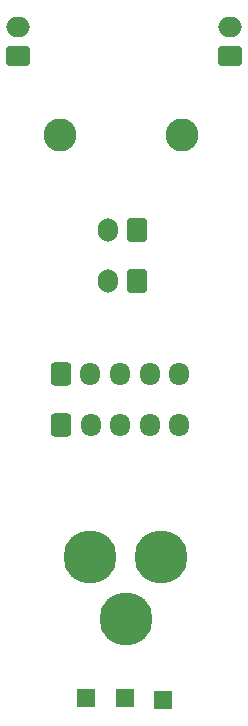
<source format=gbr>
%TF.GenerationSoftware,KiCad,Pcbnew,8.0.1*%
%TF.CreationDate,2024-12-04T21:12:56-05:00*%
%TF.ProjectId,solouno_sidepanel,736f6c6f-756e-46f5-9f73-69646570616e,rev?*%
%TF.SameCoordinates,Original*%
%TF.FileFunction,Soldermask,Top*%
%TF.FilePolarity,Negative*%
%FSLAX46Y46*%
G04 Gerber Fmt 4.6, Leading zero omitted, Abs format (unit mm)*
G04 Created by KiCad (PCBNEW 8.0.1) date 2024-12-04 21:12:56*
%MOMM*%
%LPD*%
G01*
G04 APERTURE LIST*
G04 Aperture macros list*
%AMRoundRect*
0 Rectangle with rounded corners*
0 $1 Rounding radius*
0 $2 $3 $4 $5 $6 $7 $8 $9 X,Y pos of 4 corners*
0 Add a 4 corners polygon primitive as box body*
4,1,4,$2,$3,$4,$5,$6,$7,$8,$9,$2,$3,0*
0 Add four circle primitives for the rounded corners*
1,1,$1+$1,$2,$3*
1,1,$1+$1,$4,$5*
1,1,$1+$1,$6,$7*
1,1,$1+$1,$8,$9*
0 Add four rect primitives between the rounded corners*
20,1,$1+$1,$2,$3,$4,$5,0*
20,1,$1+$1,$4,$5,$6,$7,0*
20,1,$1+$1,$6,$7,$8,$9,0*
20,1,$1+$1,$8,$9,$2,$3,0*%
G04 Aperture macros list end*
%ADD10C,4.500000*%
%ADD11RoundRect,0.250000X0.600000X0.750000X-0.600000X0.750000X-0.600000X-0.750000X0.600000X-0.750000X0*%
%ADD12O,1.700000X2.000000*%
%ADD13R,1.500000X1.500000*%
%ADD14RoundRect,0.250000X-0.600000X-0.725000X0.600000X-0.725000X0.600000X0.725000X-0.600000X0.725000X0*%
%ADD15O,1.700000X1.950000*%
%ADD16C,2.800000*%
%ADD17RoundRect,0.250000X0.750000X-0.600000X0.750000X0.600000X-0.750000X0.600000X-0.750000X-0.600000X0*%
%ADD18O,2.000000X1.700000*%
G04 APERTURE END LIST*
D10*
%TO.C,A1*%
X186900000Y-112503848D03*
X189900000Y-117700000D03*
X192900000Y-112503848D03*
%TD*%
D11*
%TO.C,CN1*%
X190880000Y-84830000D03*
D12*
X188380000Y-84830000D03*
%TD*%
D13*
%TO.C,T3*%
X186530000Y-124440000D03*
%TD*%
%TO.C,T2*%
X189820000Y-124450000D03*
%TD*%
D14*
%TO.C,E1*%
X184460000Y-101340000D03*
D15*
X186960000Y-101340000D03*
X189460000Y-101340000D03*
X191960000Y-101340000D03*
X194460000Y-101340000D03*
%TD*%
D13*
%TO.C,T1*%
X193040000Y-124580000D03*
%TD*%
D16*
%TO.C,S1*%
X184380000Y-76770000D03*
%TD*%
%TO.C,S2*%
X194690000Y-76770000D03*
%TD*%
D17*
%TO.C,PW1*%
X180770000Y-70100000D03*
D18*
X180770000Y-67600000D03*
%TD*%
D14*
%TO.C,E2*%
X184430000Y-97010000D03*
D15*
X186930000Y-97010000D03*
X189430000Y-97010000D03*
X191930000Y-97010000D03*
X194430000Y-97010000D03*
%TD*%
D17*
%TO.C,PW2*%
X198770000Y-70100000D03*
D18*
X198770000Y-67600000D03*
%TD*%
D11*
%TO.C,CN2*%
X190910000Y-89150000D03*
D12*
X188410000Y-89150000D03*
%TD*%
M02*

</source>
